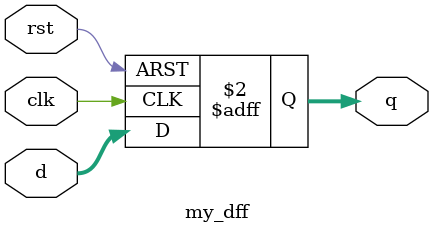
<source format=v>
module my_dff #(
	parameter WIDTH = 8
)(
	input wire clk,
	input wire rst,
	input wire[WIDTH-1:0] d,
	output reg[WIDTH-1:0] q
    );

	always @(negedge clk,posedge rst) begin
		if(rst)
			q <= 0;
		else
			q <= d;
	end
endmodule

</source>
